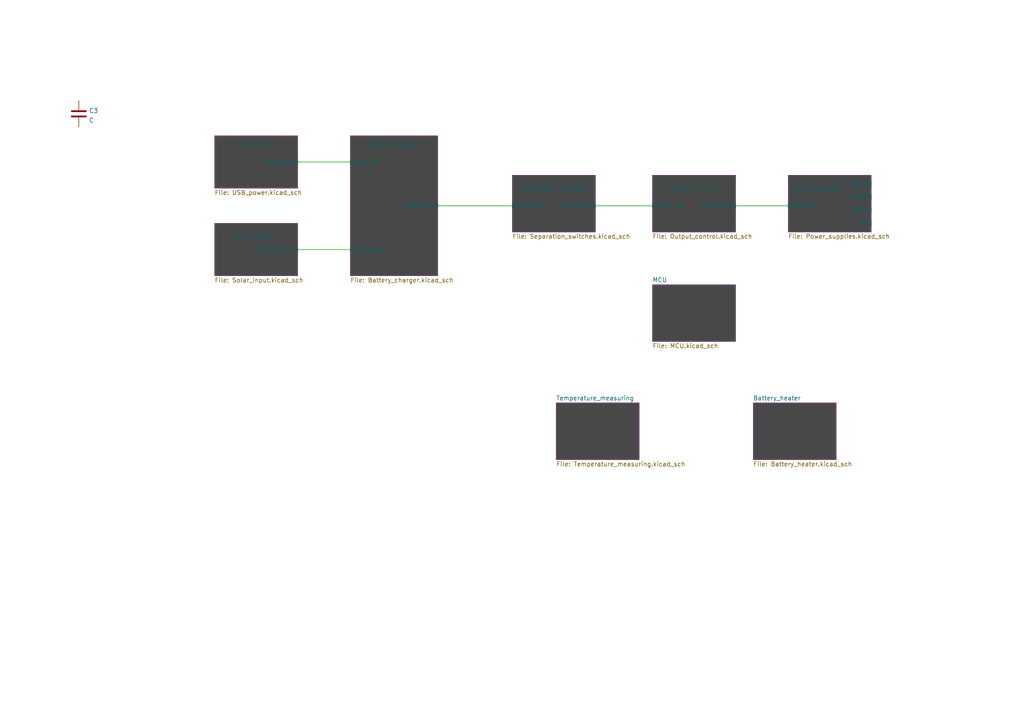
<source format=kicad_sch>
(kicad_sch (version 20210621) (generator eeschema)
  (paper "A4")
  (lib_symbols
    (symbol "Device:C" (pin_numbers hide) (pin_names (offset 0.254))
      (property "Reference" "C" (at 0.635 2.54 0))
      (property "Value" "C" (at 0.635 -2.54 0))
      (symbol "C_0_1"
        (polyline (pts (xy -2.032 -0.762) (xy 2.032 -0.762)) (stroke (width 0.508)))
        (polyline (pts (xy -2.032 0.762) (xy 2.032 0.762)) (stroke (width 0.508)))
      )
      (symbol "C_1_1"
        (pin passive line (at 0 3.81 270) (length 2.794) (name "~") (number "1"))
        (pin passive line (at 0 -3.81 90) (length 2.794) (name "~") (number "2"))
      )
    )
  )
  (wire (pts (xy 86.36 46.99) (xy 101.6 46.99)))
  (wire (pts (xy 86.36 72.39) (xy 101.6 72.39)))
  (wire (pts (xy 127 59.69) (xy 148.59 59.69)))
  (wire (pts (xy 172.72 59.69) (xy 189.23 59.69)))
  (wire (pts (xy 213.36 59.69) (xy 228.6 59.69)))
  (symbol (lib_id "Device:C") (at 22.86 33.02 0) (unit 1)
    (property "Reference" "C3" (at 25.7811 32.1115 0) (effects (justify left)))
    (property "Value" "C" (at 25.7811 34.8866 0) (effects (justify left)))
    (property "Footprint" "TCY_passives:C_0603_1608Metric" (effects hide))
  )
  (sheet (at 101.6 39.37) (size 25.4 40.64) (stroke (width 0.001) (color 132 0 132 1)) (fill (color 72 72 72 1.0000))
    (property "Sheet name" "Battery charger" (at 106.68 42.5441 0) (effects (justify left bottom)))
    (property "Sheet file" "Battery_charger.kicad_sch" (at 101.6 80.5189 0) (effects (justify left top)))
    (pin "USB_IN" input (at 101.6 46.99 180))
    (pin "SOLAR_IN" input (at 101.6 72.39 180))
    (pin "SYS_OUT" input (at 127 59.69 0))
  )
  (sheet (at 218.44 116.84) (size 24.13 16.51) (stroke (width 0.001) (color 132 0 132 1)) (fill (color 72 72 72 1.0000))
    (property "Sheet name" "Battery_heater" (at 218.44 116.2041 0) (effects (justify left bottom)))
    (property "Sheet file" "Battery_heater.kicad_sch" (at 218.44 133.8589 0) (effects (justify left top)))
  )
  (sheet (at 189.23 82.55) (size 24.13 16.51) (stroke (width 0.001) (color 132 0 132 1)) (fill (color 72 72 72 1.0000))
    (property "Sheet name" "MCU" (at 189.23 81.9141 0) (effects (justify left bottom)))
    (property "Sheet file" "MCU.kicad_sch" (at 189.23 99.5689 0) (effects (justify left top)))
  )
  (sheet (at 189.23 50.8) (size 24.13 16.51) (stroke (width 0.001) (color 132 0 132 1)) (fill (color 72 72 72 1.0000))
    (property "Sheet name" "Output control" (at 194.31 55.2441 0) (effects (justify left bottom)))
    (property "Sheet file" "Output_control.kicad_sch" (at 189.23 67.8189 0) (effects (justify left top)))
    (pin "PWR_IN" input (at 189.23 59.69 180))
    (pin "PWR_OUT" input (at 213.36 59.69 0))
  )
  (sheet (at 228.6 50.8) (size 24.13 16.51) (stroke (width 0.001) (color 132 0 132 1)) (fill (color 72 72 72 1.0000))
    (property "Sheet name" "Power supplies" (at 229.87 55.2441 0) (effects (justify left bottom)))
    (property "Sheet file" "Power_supplies.kicad_sch" (at 228.6 67.8189 0) (effects (justify left top)))
    (pin "PWR_IN" input (at 228.6 59.69 180))
    (pin "5V" input (at 252.73 64.77 0))
    (pin "VBAT" input (at 252.73 53.34 0))
    (pin "1V8" input (at 252.73 57.15 0))
    (pin "3V3" input (at 252.73 60.96 0))
  )
  (sheet (at 148.59 50.8) (size 24.13 16.51) (stroke (width 0.001) (color 132 0 132 1)) (fill (color 72 72 72 1.0000))
    (property "Sheet name" "Separation switches" (at 151.13 55.2441 0) (effects (justify left bottom)))
    (property "Sheet file" "Separation_switches.kicad_sch" (at 148.59 67.8189 0) (effects (justify left top)))
    (pin "PWR_IN" input (at 148.59 59.69 180))
    (pin "PWR_OUT" input (at 172.72 59.69 0))
  )
  (sheet (at 62.23 64.77) (size 24.13 15.24) (stroke (width 0.001) (color 132 0 132 1)) (fill (color 72 72 72 1.0000))
    (property "Sheet name" "Solar input" (at 67.31 69.2141 0) (effects (justify left bottom)))
    (property "Sheet file" "Solar_input.kicad_sch" (at 62.23 80.5189 0) (effects (justify left top)))
    (pin "SOLAR_OUT" input (at 86.36 72.39 0))
  )
  (sheet (at 161.29 116.84) (size 24.13 16.51) (stroke (width 0.001) (color 132 0 132 1)) (fill (color 72 72 72 1.0000))
    (property "Sheet name" "Temperature_measuring" (at 161.29 116.2041 0) (effects (justify left bottom)))
    (property "Sheet file" "Temperature_measuring.kicad_sch" (at 161.29 133.8589 0) (effects (justify left top)))
  )
  (sheet (at 62.23 39.37) (size 24.13 15.24) (stroke (width 0.001) (color 132 0 132 1)) (fill (color 72 72 72 1.0000))
    (property "Sheet name" "USB power" (at 68.58 42.5441 0) (effects (justify left bottom)))
    (property "Sheet file" "USB_power.kicad_sch" (at 62.23 55.1189 0) (effects (justify left top)))
    (pin "USB_OUT" input (at 86.36 46.99 0))
  )
)
</source>
